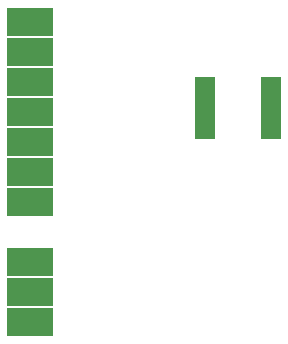
<source format=gbs>
G04 (created by PCBNEW-RS274X (2011-nov-30)-testing) date Fri 20 Jul 2012 01:00:30 PM CDT*
%MOIN*%
G04 Gerber Fmt 3.4, Leading zero omitted, Abs format*
%FSLAX34Y34*%
G01*
G70*
G90*
G04 APERTURE LIST*
%ADD10C,0.006*%
%ADD11R,0.067X0.0277*%
%ADD12R,0.152X0.092*%
G04 APERTURE END LIST*
G54D10*
G54D11*
X55392Y-36256D03*
X55392Y-36511D03*
X55392Y-36766D03*
X55392Y-37023D03*
X55392Y-37277D03*
X55392Y-37534D03*
X55392Y-37789D03*
X55392Y-38045D03*
X53188Y-38045D03*
X53188Y-37789D03*
X53188Y-37534D03*
X53188Y-37277D03*
X53188Y-37023D03*
X53188Y-36766D03*
X53188Y-36511D03*
X53188Y-36255D03*
G54D12*
X47350Y-34280D03*
X47350Y-35280D03*
X47350Y-36280D03*
X47350Y-37280D03*
X47350Y-38280D03*
X47350Y-39280D03*
X47350Y-40280D03*
X47350Y-42280D03*
X47350Y-43280D03*
X47350Y-44280D03*
M02*

</source>
